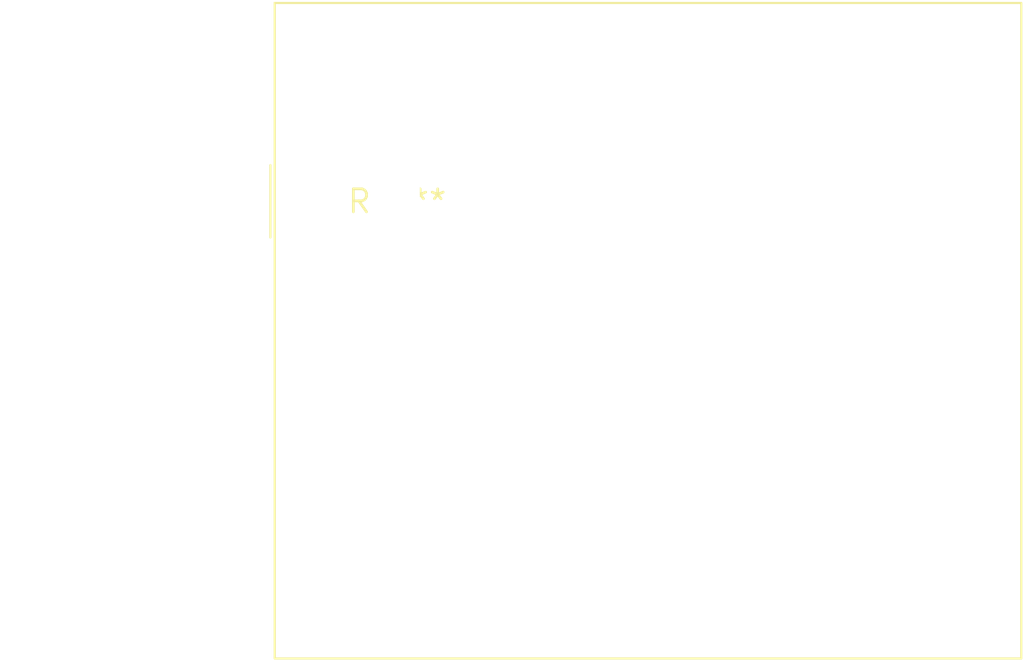
<source format=kicad_pcb>
(kicad_pcb (version 20240108) (generator pcbnew)
  (layers (0 "F.Cu" signal) (31 "B.Cu" signal) (34 "B.Paste" user) (35 "F.Paste" user) (36 "B.SilkS" user "B.Silkscreen") (37 "F.SilkS" user "F.Silkscreen") (38 "B.Mask" user) (39 "F.Mask" user) (44 "Edge.Cuts" user))
  (net 0 "")
  (footprint "L_Wurth_WE-HCFT-3540_LeadDiameter1.5mm" (layer "F.Cu") (at 0 0)
    (property "Reference" "REF**")
    (property "Value" "L_Wurth_WE-HCFT-3540_LeadDiameter1.5mm")
    (fp_line (start -7 2) (end -7 -2) (layer "F.SilkS") (stroke (width 0.12)))
    (fp_rect (start -6.76 -10.96) (end 34.46 25.26) (layer "F.SilkS") (stroke (width 0.12)) (fill none))
    (pad "" thru_hole circle (at 0 14.3) (size 3.75 3.75) (drill 2.5) (layers *.Cu *.Mask) (remove_unused_layers))
    (pad "" thru_hole circle (at 27.7 0) (size 3.75 3.75) (drill 2.5) (layers *.Cu *.Mask) (remove_unused_layers))
    (pad "1" thru_hole rect (at 0 0) (size 3.75 10) (drill oval 2.5 8) (layers *.Cu *.Mask) (remove_unused_layers))
    (pad "2" thru_hole oval (at 27.7 14.3) (size 3.75 10) (drill oval 2.5 8) (layers *.Cu *.Mask) (remove_unused_layers))
  )
)
</source>
